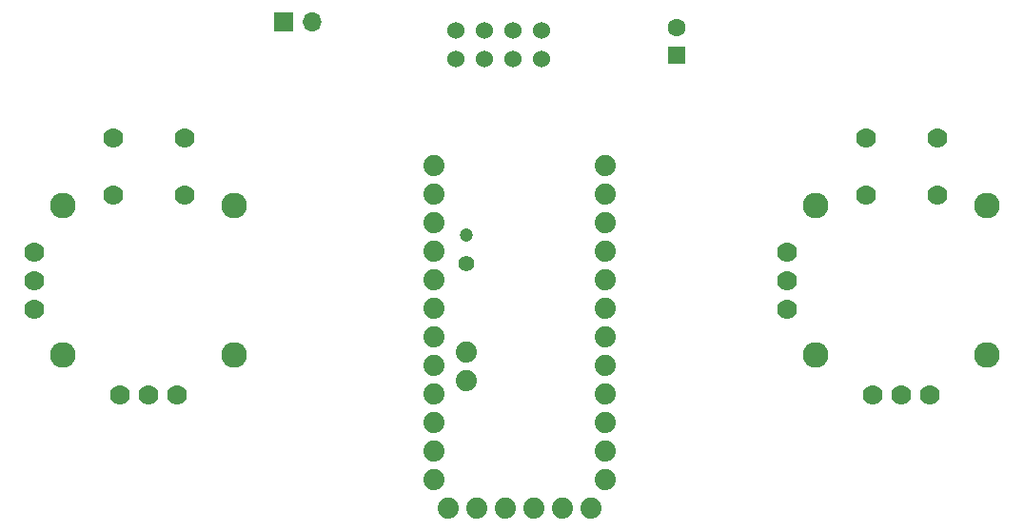
<source format=gbr>
%TF.GenerationSoftware,KiCad,Pcbnew,(5.1.8)-1*%
%TF.CreationDate,2021-02-18T11:59:36+08:00*%
%TF.ProjectId,remoter,72656d6f-7465-4722-9e6b-696361645f70,rev?*%
%TF.SameCoordinates,Original*%
%TF.FileFunction,Soldermask,Bot*%
%TF.FilePolarity,Negative*%
%FSLAX46Y46*%
G04 Gerber Fmt 4.6, Leading zero omitted, Abs format (unit mm)*
G04 Created by KiCad (PCBNEW (5.1.8)-1) date 2021-02-18 11:59:36*
%MOMM*%
%LPD*%
G01*
G04 APERTURE LIST*
%ADD10C,1.879600*%
%ADD11C,1.400000*%
%ADD12C,1.200000*%
%ADD13C,1.778000*%
%ADD14C,2.286000*%
%ADD15C,1.524000*%
%ADD16O,1.700000X1.700000*%
%ADD17R,1.700000X1.700000*%
%ADD18C,1.600000*%
%ADD19R,1.600000X1.600000*%
G04 APERTURE END LIST*
D10*
%TO.C,U3*%
X111650000Y-116240000D03*
X114190000Y-116240000D03*
X116730000Y-116240000D03*
X119270000Y-116240000D03*
X121810000Y-116240000D03*
X124350000Y-116240000D03*
X113301000Y-102397000D03*
X113301000Y-104937000D03*
D11*
X113301000Y-94523000D03*
D12*
X113301000Y-91983000D03*
D10*
X110380000Y-113700000D03*
X110380000Y-111160000D03*
X110380000Y-108620000D03*
X110380000Y-106080000D03*
X110380000Y-103540000D03*
X110380000Y-101000000D03*
X110380000Y-98460000D03*
X110380000Y-95920000D03*
X110380000Y-93380000D03*
X110380000Y-90840000D03*
X110380000Y-88300000D03*
X110380000Y-85760000D03*
X125620000Y-85760000D03*
X125620000Y-88300000D03*
X125620000Y-90840000D03*
X125620000Y-93380000D03*
X125620000Y-95920000D03*
X125620000Y-98460000D03*
X125620000Y-101000000D03*
X125620000Y-103540000D03*
X125620000Y-106080000D03*
X125620000Y-108620000D03*
X125620000Y-111160000D03*
X125620000Y-113700000D03*
%TD*%
D13*
%TO.C,U5*%
X141840000Y-98540000D03*
X141840000Y-96000000D03*
X141840000Y-93460000D03*
D14*
X159620000Y-89332500D03*
X159620000Y-102667500D03*
X144380000Y-102667500D03*
X144380000Y-89332500D03*
D13*
X154540000Y-106160000D03*
X152000000Y-106160000D03*
X149460000Y-106160000D03*
X155175000Y-88380000D03*
X148825000Y-88380000D03*
X155175000Y-83300000D03*
X148825000Y-83300000D03*
%TD*%
%TO.C,U4*%
X74840000Y-98540000D03*
X74840000Y-96000000D03*
X74840000Y-93460000D03*
D14*
X92620000Y-89332500D03*
X92620000Y-102667500D03*
X77380000Y-102667500D03*
X77380000Y-89332500D03*
D13*
X87540000Y-106160000D03*
X85000000Y-106160000D03*
X82460000Y-106160000D03*
X88175000Y-88380000D03*
X81825000Y-88380000D03*
X88175000Y-83300000D03*
X81825000Y-83300000D03*
%TD*%
D15*
%TO.C,U1*%
X119951100Y-73744500D03*
X119951100Y-76284400D03*
X117411100Y-73744500D03*
X117411100Y-76284400D03*
X114871100Y-73744500D03*
X114871100Y-76284400D03*
X112331100Y-73744500D03*
X112331100Y-76284400D03*
%TD*%
D16*
%TO.C,J1*%
X99540000Y-73000000D03*
D17*
X97000000Y-73000000D03*
%TD*%
D18*
%TO.C,C2*%
X132000000Y-73500000D03*
D19*
X132000000Y-76000000D03*
%TD*%
M02*

</source>
